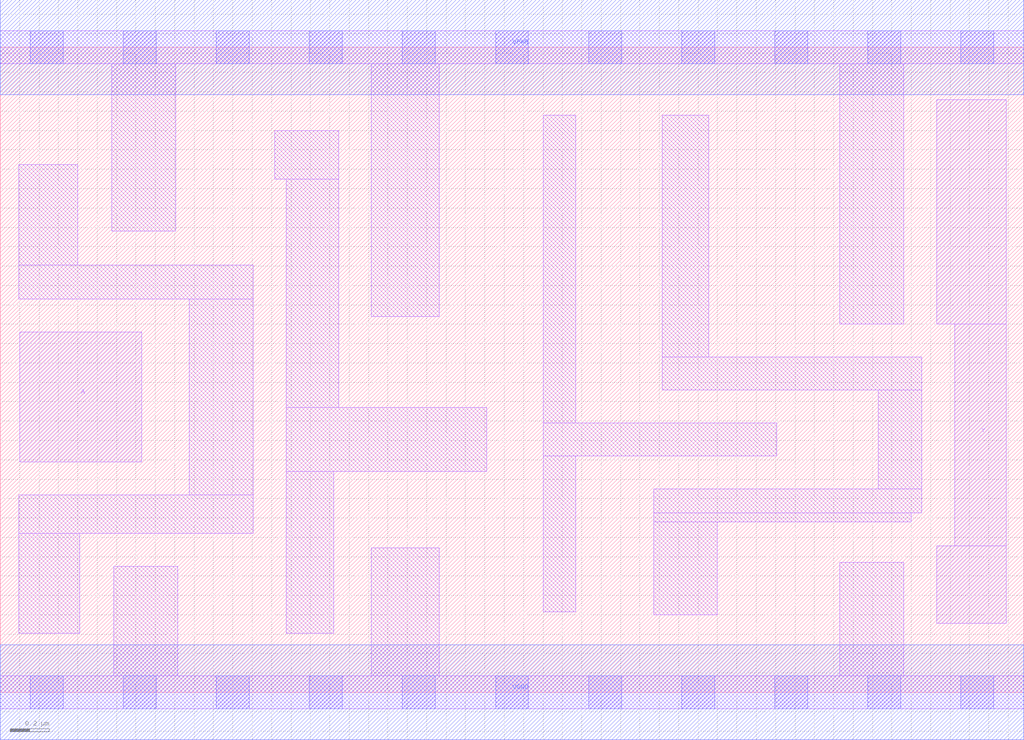
<source format=lef>
# Copyright 2020 The SkyWater PDK Authors
#
# Licensed under the Apache License, Version 2.0 (the "License");
# you may not use this file except in compliance with the License.
# You may obtain a copy of the License at
#
#     https://www.apache.org/licenses/LICENSE-2.0
#
# Unless required by applicable law or agreed to in writing, software
# distributed under the License is distributed on an "AS IS" BASIS,
# WITHOUT WARRANTIES OR CONDITIONS OF ANY KIND, either express or implied.
# See the License for the specific language governing permissions and
# limitations under the License.
#
# SPDX-License-Identifier: Apache-2.0

VERSION 5.5 ;
NAMESCASESENSITIVE ON ;
BUSBITCHARS "[]" ;
DIVIDERCHAR "/" ;
MACRO sky130_fd_sc_ls__clkdlyinv5sd3_1
  CLASS CORE ;
  SOURCE USER ;
  ORIGIN  0.000000  0.000000 ;
  SIZE  5.280000 BY  3.330000 ;
  SYMMETRY X Y ;
  SITE unit ;
  PIN A
    ANTENNAGATEAREA  0.231000 ;
    DIRECTION INPUT ;
    USE SIGNAL ;
    PORT
      LAYER li1 ;
        RECT 0.100000 1.190000 0.730000 1.860000 ;
    END
  END A
  PIN Y
    ANTENNADIFFAREA  0.424900 ;
    DIRECTION OUTPUT ;
    USE SIGNAL ;
    PORT
      LAYER li1 ;
        RECT 4.830000 0.355000 5.190000 0.755000 ;
        RECT 4.830000 1.900000 5.190000 3.060000 ;
        RECT 4.925000 0.755000 5.190000 1.900000 ;
    END
  END Y
  PIN VGND
    DIRECTION INOUT ;
    SHAPE ABUTMENT ;
    USE GROUND ;
    PORT
      LAYER met1 ;
        RECT 0.000000 -0.245000 5.280000 0.245000 ;
    END
  END VGND
  PIN VPWR
    DIRECTION INOUT ;
    SHAPE ABUTMENT ;
    USE POWER ;
    PORT
      LAYER met1 ;
        RECT 0.000000 3.085000 5.280000 3.575000 ;
    END
  END VPWR
  OBS
    LAYER li1 ;
      RECT 0.000000 -0.085000 5.280000 0.085000 ;
      RECT 0.000000  3.245000 5.280000 3.415000 ;
      RECT 0.095000  0.305000 0.410000 0.820000 ;
      RECT 0.095000  0.820000 1.305000 1.020000 ;
      RECT 0.095000  2.030000 1.305000 2.205000 ;
      RECT 0.095000  2.205000 0.400000 2.725000 ;
      RECT 0.575000  2.380000 0.905000 3.245000 ;
      RECT 0.585000  0.085000 0.915000 0.650000 ;
      RECT 0.975000  1.020000 1.305000 2.030000 ;
      RECT 1.415000  2.650000 1.745000 2.900000 ;
      RECT 1.475000  0.305000 1.720000 1.140000 ;
      RECT 1.475000  1.140000 2.510000 1.470000 ;
      RECT 1.475000  1.470000 1.745000 2.650000 ;
      RECT 1.915000  0.085000 2.265000 0.745000 ;
      RECT 1.915000  1.940000 2.265000 3.245000 ;
      RECT 2.800000  0.415000 2.970000 1.220000 ;
      RECT 2.800000  1.220000 4.005000 1.390000 ;
      RECT 2.800000  1.390000 2.970000 2.980000 ;
      RECT 3.370000  0.400000 3.700000 0.880000 ;
      RECT 3.370000  0.880000 4.700000 0.925000 ;
      RECT 3.370000  0.925000 4.755000 1.050000 ;
      RECT 3.415000  1.560000 4.755000 1.730000 ;
      RECT 3.415000  1.730000 3.655000 2.980000 ;
      RECT 4.330000  0.085000 4.660000 0.670000 ;
      RECT 4.330000  1.900000 4.660000 3.245000 ;
      RECT 4.530000  1.050000 4.755000 1.560000 ;
    LAYER mcon ;
      RECT 0.155000 -0.085000 0.325000 0.085000 ;
      RECT 0.155000  3.245000 0.325000 3.415000 ;
      RECT 0.635000 -0.085000 0.805000 0.085000 ;
      RECT 0.635000  3.245000 0.805000 3.415000 ;
      RECT 1.115000 -0.085000 1.285000 0.085000 ;
      RECT 1.115000  3.245000 1.285000 3.415000 ;
      RECT 1.595000 -0.085000 1.765000 0.085000 ;
      RECT 1.595000  3.245000 1.765000 3.415000 ;
      RECT 2.075000 -0.085000 2.245000 0.085000 ;
      RECT 2.075000  3.245000 2.245000 3.415000 ;
      RECT 2.555000 -0.085000 2.725000 0.085000 ;
      RECT 2.555000  3.245000 2.725000 3.415000 ;
      RECT 3.035000 -0.085000 3.205000 0.085000 ;
      RECT 3.035000  3.245000 3.205000 3.415000 ;
      RECT 3.515000 -0.085000 3.685000 0.085000 ;
      RECT 3.515000  3.245000 3.685000 3.415000 ;
      RECT 3.995000 -0.085000 4.165000 0.085000 ;
      RECT 3.995000  3.245000 4.165000 3.415000 ;
      RECT 4.475000 -0.085000 4.645000 0.085000 ;
      RECT 4.475000  3.245000 4.645000 3.415000 ;
      RECT 4.955000 -0.085000 5.125000 0.085000 ;
      RECT 4.955000  3.245000 5.125000 3.415000 ;
  END
END sky130_fd_sc_ls__clkdlyinv5sd3_1
END LIBRARY

</source>
